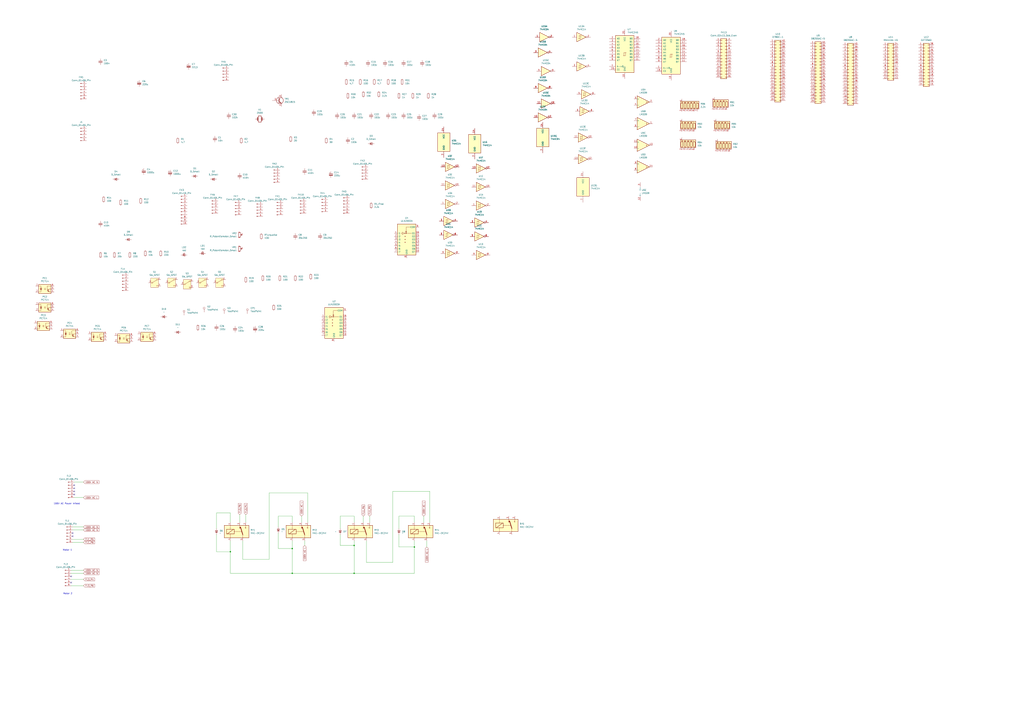
<source format=kicad_sch>
(kicad_sch
	(version 20231120)
	(generator "eeschema")
	(generator_version "8.0")
	(uuid "66cc26d7-ea0d-448d-81d6-18da17cae3ad")
	(paper "A1")
	
	(junction
		(at 240.03 471.17)
		(diameter 0)
		(color 0 0 0 0)
		(uuid "3c9259eb-cbc3-43a4-b7a4-ed840d4168c3")
	)
	(junction
		(at 340.36 449.58)
		(diameter 0)
		(color 0 0 0 0)
		(uuid "a270c2d2-7352-49b7-a3a8-ba89c693befc")
	)
	(junction
		(at 290.83 471.17)
		(diameter 0)
		(color 0 0 0 0)
		(uuid "adf26b8e-9650-4236-9bcf-88b3f0f07d29")
	)
	(junction
		(at 189.23 453.39)
		(diameter 0)
		(color 0 0 0 0)
		(uuid "b02c65a3-a56f-49c9-b3bb-c182fca739ea")
	)
	(junction
		(at 240.03 450.85)
		(diameter 0)
		(color 0 0 0 0)
		(uuid "dc16379d-9489-4ced-93b2-eab45b360d68")
	)
	(junction
		(at 290.83 448.31)
		(diameter 0)
		(color 0 0 0 0)
		(uuid "f8c95fda-d262-49c3-bdf7-41b9311827b8")
	)
	(no_connect
		(at 60.96 398.78)
		(uuid "1eeffd4a-cfea-480c-ba75-5ef1d8be5bc8")
	)
	(no_connect
		(at 58.42 478.79)
		(uuid "38f6cf9b-1c41-4f5a-ac4e-13d906cbb477")
	)
	(no_connect
		(at 60.96 406.4)
		(uuid "6af4da2c-9d10-49ff-b010-b8bd028e8855")
	)
	(no_connect
		(at 60.96 401.32)
		(uuid "731fa28f-2239-4afa-9e69-5423eb111eed")
	)
	(no_connect
		(at 60.96 403.86)
		(uuid "7ac2f2f7-9bc0-47a5-a1f9-daf5db727c6b")
	)
	(no_connect
		(at 59.69 440.69)
		(uuid "b27bfa8b-6469-458e-abe8-0b20a1e0a33f")
	)
	(no_connect
		(at 58.42 473.71)
		(uuid "b51be13b-84bb-4c85-ad12-bba7c1d1c25a")
	)
	(no_connect
		(at 59.69 438.15)
		(uuid "dc85ec30-6681-4561-bea0-b63924e19d0e")
	)
	(wire
		(pts
			(xy 290.83 448.31) (xy 279.4 448.31)
		)
		(stroke
			(width 0)
			(type default)
		)
		(uuid "05e30963-3ff9-47b3-834e-9617b6eea12a")
	)
	(wire
		(pts
			(xy 228.6 450.85) (xy 240.03 450.85)
		)
		(stroke
			(width 0)
			(type default)
		)
		(uuid "0781d760-a7be-4aab-9baf-ba2fc3a0194d")
	)
	(wire
		(pts
			(xy 303.53 424.18) (xy 303.53 429.26)
		)
		(stroke
			(width 0)
			(type default)
		)
		(uuid "0ac84dd9-c95e-458a-ba7e-1d7e56536f85")
	)
	(wire
		(pts
			(xy 189.23 421.64) (xy 189.23 429.26)
		)
		(stroke
			(width 0)
			(type default)
		)
		(uuid "0ea5a8ea-7b18-417a-96b9-c7214b98c44f")
	)
	(wire
		(pts
			(xy 177.8 434.34) (xy 177.8 421.64)
		)
		(stroke
			(width 0)
			(type default)
		)
		(uuid "124a4fc0-acba-4b50-aa9b-4fbee1b8bdc4")
	)
	(wire
		(pts
			(xy 220.98 459.74) (xy 199.39 459.74)
		)
		(stroke
			(width 0)
			(type default)
		)
		(uuid "180e6b82-5930-40af-9b0e-5c781de995ed")
	)
	(wire
		(pts
			(xy 177.8 453.39) (xy 189.23 453.39)
		)
		(stroke
			(width 0)
			(type default)
		)
		(uuid "18465c56-a1ad-4916-8c30-2bd2e0941155")
	)
	(wire
		(pts
			(xy 199.39 459.74) (xy 199.39 444.5)
		)
		(stroke
			(width 0)
			(type default)
		)
		(uuid "18d9c8a6-cc74-4567-b775-4e1978246029")
	)
	(wire
		(pts
			(xy 327.66 434.34) (xy 327.66 424.18)
		)
		(stroke
			(width 0)
			(type default)
		)
		(uuid "1c8a2992-5819-4c4d-bc5d-5873b0f8fec8")
	)
	(wire
		(pts
			(xy 247.65 424.18) (xy 247.65 429.26)
		)
		(stroke
			(width 0)
			(type default)
		)
		(uuid "245b94a0-1f34-4404-8adf-8d6fc169bb4d")
	)
	(wire
		(pts
			(xy 300.99 462.28) (xy 300.99 444.5)
		)
		(stroke
			(width 0)
			(type default)
		)
		(uuid "2b1149f8-13ab-466a-8452-72f4a2e37554")
	)
	(wire
		(pts
			(xy 58.42 476.25) (xy 68.58 476.25)
		)
		(stroke
			(width 0)
			(type default)
		)
		(uuid "30f19106-3618-4a09-82aa-fb09024b4e70")
	)
	(wire
		(pts
			(xy 228.6 424.18) (xy 240.03 424.18)
		)
		(stroke
			(width 0)
			(type default)
		)
		(uuid "31ea083a-8a88-454b-a407-e034d3157f7d")
	)
	(wire
		(pts
			(xy 279.4 434.34) (xy 279.4 424.18)
		)
		(stroke
			(width 0)
			(type default)
		)
		(uuid "352b8653-2611-41a8-9752-3f2215ea5903")
	)
	(wire
		(pts
			(xy 189.23 471.17) (xy 189.23 453.39)
		)
		(stroke
			(width 0)
			(type default)
		)
		(uuid "38260eed-03d1-4f72-aa99-12a59c9b7513")
	)
	(wire
		(pts
			(xy 60.96 396.24) (xy 68.58 396.24)
		)
		(stroke
			(width 0)
			(type default)
		)
		(uuid "4098dbf7-381b-465d-91c4-844b20bf971f")
	)
	(wire
		(pts
			(xy 290.83 444.5) (xy 290.83 448.31)
		)
		(stroke
			(width 0)
			(type default)
		)
		(uuid "51255e78-9af3-4eb9-89a7-f03e79b706e7")
	)
	(wire
		(pts
			(xy 290.83 471.17) (xy 240.03 471.17)
		)
		(stroke
			(width 0)
			(type default)
		)
		(uuid "530670f0-0cbe-482f-8e16-ee14b406d9db")
	)
	(wire
		(pts
			(xy 347.98 424.18) (xy 347.98 429.26)
		)
		(stroke
			(width 0)
			(type default)
		)
		(uuid "556411d2-6029-4d6c-9001-f12aac8719d9")
	)
	(wire
		(pts
			(xy 252.73 405.13) (xy 220.98 405.13)
		)
		(stroke
			(width 0)
			(type default)
		)
		(uuid "56a6b905-05da-49f2-8842-b2f852951509")
	)
	(wire
		(pts
			(xy 59.69 445.77) (xy 68.58 445.77)
		)
		(stroke
			(width 0)
			(type default)
		)
		(uuid "5d148857-46dd-4e23-800a-edb13ef3c857")
	)
	(wire
		(pts
			(xy 340.36 449.58) (xy 340.36 471.17)
		)
		(stroke
			(width 0)
			(type default)
		)
		(uuid "5f7055a2-51b5-4e86-be94-b85a43d34518")
	)
	(wire
		(pts
			(xy 279.4 424.18) (xy 290.83 424.18)
		)
		(stroke
			(width 0)
			(type default)
		)
		(uuid "62bf1741-3c11-4483-9c13-e7941791c370")
	)
	(wire
		(pts
			(xy 353.06 403.86) (xy 322.58 403.86)
		)
		(stroke
			(width 0)
			(type default)
		)
		(uuid "64497edb-8d0c-4f20-8e85-db6b7270a0d8")
	)
	(wire
		(pts
			(xy 240.03 471.17) (xy 189.23 471.17)
		)
		(stroke
			(width 0)
			(type default)
		)
		(uuid "6afdac34-3c9d-4a94-908b-8d4b3b4745d3")
	)
	(wire
		(pts
			(xy 353.06 429.26) (xy 353.06 403.86)
		)
		(stroke
			(width 0)
			(type default)
		)
		(uuid "6d8ada2e-87f8-478a-b70a-98cf051d5542")
	)
	(wire
		(pts
			(xy 60.96 408.94) (xy 68.58 408.94)
		)
		(stroke
			(width 0)
			(type default)
		)
		(uuid "6f1149bc-8737-4307-835e-8b2e39a23135")
	)
	(wire
		(pts
			(xy 340.36 424.18) (xy 340.36 429.26)
		)
		(stroke
			(width 0)
			(type default)
		)
		(uuid "718bc773-b866-4e93-b1a0-1de90842705a")
	)
	(wire
		(pts
			(xy 58.42 471.17) (xy 68.58 471.17)
		)
		(stroke
			(width 0)
			(type default)
		)
		(uuid "742b6672-6883-4e3c-befe-556d782b9be1")
	)
	(wire
		(pts
			(xy 327.66 449.58) (xy 340.36 449.58)
		)
		(stroke
			(width 0)
			(type default)
		)
		(uuid "83dcc077-31fd-4ac4-84eb-f2e35622f285")
	)
	(wire
		(pts
			(xy 177.8 421.64) (xy 189.23 421.64)
		)
		(stroke
			(width 0)
			(type default)
		)
		(uuid "91ba220f-bbb1-408e-b134-ee8b93ed4b4c")
	)
	(wire
		(pts
			(xy 350.52 444.5) (xy 350.52 449.58)
		)
		(stroke
			(width 0)
			(type default)
		)
		(uuid "92ca70fc-6d8a-40fd-b89d-aac22587ce2f")
	)
	(wire
		(pts
			(xy 250.19 444.5) (xy 250.19 448.31)
		)
		(stroke
			(width 0)
			(type default)
		)
		(uuid "948540e9-bced-485b-a129-34963b999c53")
	)
	(wire
		(pts
			(xy 240.03 450.85) (xy 240.03 444.5)
		)
		(stroke
			(width 0)
			(type default)
		)
		(uuid "96555e9a-1051-4eb7-9dc2-8255bb569074")
	)
	(wire
		(pts
			(xy 290.83 471.17) (xy 340.36 471.17)
		)
		(stroke
			(width 0)
			(type default)
		)
		(uuid "982c6ba6-cd25-4476-9eb2-6ef4e3b4cc3c")
	)
	(wire
		(pts
			(xy 298.45 424.18) (xy 298.45 429.26)
		)
		(stroke
			(width 0)
			(type default)
		)
		(uuid "a524fe67-de97-4f71-91ac-81793ddec746")
	)
	(wire
		(pts
			(xy 240.03 424.18) (xy 240.03 429.26)
		)
		(stroke
			(width 0)
			(type default)
		)
		(uuid "b8930062-dfb5-4cb9-9675-4986a08eddd9")
	)
	(wire
		(pts
			(xy 58.42 481.33) (xy 68.58 481.33)
		)
		(stroke
			(width 0)
			(type default)
		)
		(uuid "bd66d2d7-ee4f-45d5-8a67-2e2ed0535736")
	)
	(wire
		(pts
			(xy 189.23 444.5) (xy 189.23 453.39)
		)
		(stroke
			(width 0)
			(type default)
		)
		(uuid "be662239-ef66-47e8-b197-e9794ba10e52")
	)
	(wire
		(pts
			(xy 196.85 422.91) (xy 196.85 429.26)
		)
		(stroke
			(width 0)
			(type default)
		)
		(uuid "bea064ef-e2cf-4839-9d8a-c8d0cca41e06")
	)
	(wire
		(pts
			(xy 290.83 424.18) (xy 290.83 429.26)
		)
		(stroke
			(width 0)
			(type default)
		)
		(uuid "c1d9e162-471c-4e25-8311-11dc508a8ae1")
	)
	(wire
		(pts
			(xy 59.69 443.23) (xy 68.58 443.23)
		)
		(stroke
			(width 0)
			(type default)
		)
		(uuid "cbe2a352-5cb3-419d-948f-6bb7b48c9d1b")
	)
	(wire
		(pts
			(xy 322.58 403.86) (xy 322.58 462.28)
		)
		(stroke
			(width 0)
			(type default)
		)
		(uuid "ccfc95d9-5f55-4d42-94be-3deb410a4bdc")
	)
	(wire
		(pts
			(xy 327.66 439.42) (xy 327.66 449.58)
		)
		(stroke
			(width 0)
			(type default)
		)
		(uuid "d2a38ebd-3d20-418f-9d37-55b8f1905f1c")
	)
	(wire
		(pts
			(xy 322.58 462.28) (xy 300.99 462.28)
		)
		(stroke
			(width 0)
			(type default)
		)
		(uuid "d4834052-f690-4b18-86be-596b0e809b39")
	)
	(wire
		(pts
			(xy 290.83 471.17) (xy 290.83 448.31)
		)
		(stroke
			(width 0)
			(type default)
		)
		(uuid "d5a3c448-754f-4258-9c34-8261b19ffca8")
	)
	(wire
		(pts
			(xy 59.69 435.61) (xy 68.58 435.61)
		)
		(stroke
			(width 0)
			(type default)
		)
		(uuid "d88425ba-65e5-4bc6-b1d9-b2c25cde3afc")
	)
	(wire
		(pts
			(xy 220.98 405.13) (xy 220.98 459.74)
		)
		(stroke
			(width 0)
			(type default)
		)
		(uuid "d98129bd-ead8-48b2-8970-53a194f11f16")
	)
	(wire
		(pts
			(xy 252.73 429.26) (xy 252.73 405.13)
		)
		(stroke
			(width 0)
			(type default)
		)
		(uuid "ddef7b00-c2c2-4ad5-9b07-5f58bf8161f2")
	)
	(wire
		(pts
			(xy 177.8 439.42) (xy 177.8 453.39)
		)
		(stroke
			(width 0)
			(type default)
		)
		(uuid "def3051e-0f9a-4399-b117-9db38510cb71")
	)
	(wire
		(pts
			(xy 201.93 422.91) (xy 201.93 429.26)
		)
		(stroke
			(width 0)
			(type default)
		)
		(uuid "dfae5e5d-f355-4a99-b8d3-93173a482697")
	)
	(wire
		(pts
			(xy 340.36 449.58) (xy 340.36 444.5)
		)
		(stroke
			(width 0)
			(type default)
		)
		(uuid "e04b8323-4422-4adc-99af-20ebc28eb2f9")
	)
	(wire
		(pts
			(xy 228.6 438.15) (xy 228.6 450.85)
		)
		(stroke
			(width 0)
			(type default)
		)
		(uuid "e3cfbb35-6aeb-4314-a8ca-3dd58cb9a0b5")
	)
	(wire
		(pts
			(xy 58.42 468.63) (xy 68.58 468.63)
		)
		(stroke
			(width 0)
			(type default)
		)
		(uuid "e52be92a-9d82-4f63-989a-af487955df30")
	)
	(wire
		(pts
			(xy 228.6 433.07) (xy 228.6 424.18)
		)
		(stroke
			(width 0)
			(type default)
		)
		(uuid "ef3bd370-02c2-4f75-8e8b-e7711eaa4c22")
	)
	(wire
		(pts
			(xy 240.03 471.17) (xy 240.03 450.85)
		)
		(stroke
			(width 0)
			(type default)
		)
		(uuid "f4e443f7-cb3b-46cc-85b3-0a0e2bbe94d2")
	)
	(wire
		(pts
			(xy 59.69 433.07) (xy 68.58 433.07)
		)
		(stroke
			(width 0)
			(type default)
		)
		(uuid "f777dd6e-adc0-453c-a7f1-e3816a446672")
	)
	(wire
		(pts
			(xy 327.66 424.18) (xy 340.36 424.18)
		)
		(stroke
			(width 0)
			(type default)
		)
		(uuid "f914c43f-5a96-43c4-9c71-de42757f1ee7")
	)
	(wire
		(pts
			(xy 279.4 439.42) (xy 279.4 448.31)
		)
		(stroke
			(width 0)
			(type default)
		)
		(uuid "ff322d03-8ab9-4169-9acc-41500c45db43")
	)
	(text "100V AC Power Infeed"
		(exclude_from_sim no)
		(at 54.864 414.02 0)
		(effects
			(font
				(size 1.27 1.27)
			)
		)
		(uuid "19e84d9b-2d45-42c7-84bd-d16bb4b98351")
	)
	(text "Motor 1"
		(exclude_from_sim no)
		(at 55.372 452.12 0)
		(effects
			(font
				(size 1.27 1.27)
			)
		)
		(uuid "24eb36b6-7bf9-4c26-a341-9008532af6df")
	)
	(text "Motor 2"
		(exclude_from_sim no)
		(at 55.626 487.934 0)
		(effects
			(font
				(size 1.27 1.27)
			)
		)
		(uuid "9ebf2a4c-9cba-45fe-844d-2ed2ee9f485e")
	)
	(global_label "FL1_P5"
		(shape input)
		(at 68.58 443.23 0)
		(fields_autoplaced yes)
		(effects
			(font
				(size 1.27 1.27)
			)
			(justify left)
		)
		(uuid "0294dace-2f13-43e5-af53-f2cc39e34d4e")
		(property "Intersheetrefs" "${INTERSHEET_REFS}"
			(at 78.3385 443.23 0)
			(effects
				(font
					(size 1.27 1.27)
				)
				(justify left)
				(hide yes)
			)
		)
	)
	(global_label "FL1_P5"
		(shape input)
		(at 303.53 424.18 90)
		(fields_autoplaced yes)
		(effects
			(font
				(size 1.27 1.27)
			)
			(justify left)
		)
		(uuid "02f5d5ea-b22e-4e93-8c57-2a02ee8faa32")
		(property "Intersheetrefs" "${INTERSHEET_REFS}"
			(at 303.53 414.4215 90)
			(effects
				(font
					(size 1.27 1.27)
				)
				(justify left)
				(hide yes)
			)
		)
	)
	(global_label "100V AC L"
		(shape input)
		(at 347.98 424.18 90)
		(fields_autoplaced yes)
		(effects
			(font
				(size 1.27 1.27)
			)
			(justify left)
		)
		(uuid "2105bb5d-25de-4105-8c37-10d6ba02d0c5")
		(property "Intersheetrefs" "${INTERSHEET_REFS}"
			(at 347.98 411.1558 90)
			(effects
				(font
					(size 1.27 1.27)
				)
				(justify left)
				(hide yes)
			)
		)
	)
	(global_label "FL3_P4"
		(shape input)
		(at 201.93 422.91 90)
		(fields_autoplaced yes)
		(effects
			(font
				(size 1.27 1.27)
			)
			(justify left)
		)
		(uuid "35ef50e3-763a-4f7b-b1fe-19dc081f5096")
		(property "Intersheetrefs" "${INTERSHEET_REFS}"
			(at 201.93 413.1515 90)
			(effects
				(font
					(size 1.27 1.27)
				)
				(justify left)
				(hide yes)
			)
		)
	)
	(global_label "100V AC L"
		(shape input)
		(at 250.19 448.31 270)
		(fields_autoplaced yes)
		(effects
			(font
				(size 1.27 1.27)
			)
			(justify right)
		)
		(uuid "3af00e93-de79-47c9-8690-fa530d0e9d81")
		(property "Intersheetrefs" "${INTERSHEET_REFS}"
			(at 250.19 461.3342 90)
			(effects
				(font
					(size 1.27 1.27)
				)
				(justify right)
				(hide yes)
			)
		)
	)
	(global_label "100V AC L"
		(shape input)
		(at 247.65 424.18 90)
		(fields_autoplaced yes)
		(effects
			(font
				(size 1.27 1.27)
			)
			(justify left)
		)
		(uuid "4fe527f6-1a85-4195-b86d-b64082c5d02a")
		(property "Intersheetrefs" "${INTERSHEET_REFS}"
			(at 247.65 411.1558 90)
			(effects
				(font
					(size 1.27 1.27)
				)
				(justify left)
				(hide yes)
			)
		)
	)
	(global_label "100V AC L"
		(shape input)
		(at 68.58 408.94 0)
		(fields_autoplaced yes)
		(effects
			(font
				(size 1.27 1.27)
			)
			(justify left)
		)
		(uuid "6e07f010-ce3e-4ef3-8c5b-d44fd836e31c")
		(property "Intersheetrefs" "${INTERSHEET_REFS}"
			(at 81.6042 408.94 0)
			(effects
				(font
					(size 1.27 1.27)
				)
				(justify left)
				(hide yes)
			)
		)
	)
	(global_label "100V AC N"
		(shape input)
		(at 68.58 468.63 0)
		(fields_autoplaced yes)
		(effects
			(font
				(size 1.27 1.27)
			)
			(justify left)
		)
		(uuid "9bb4d8ad-30d7-4470-acd3-6e7cdb6e78a2")
		(property "Intersheetrefs" "${INTERSHEET_REFS}"
			(at 81.9066 468.63 0)
			(effects
				(font
					(size 1.27 1.27)
				)
				(justify left)
				(hide yes)
			)
		)
	)
	(global_label "FL1_P6"
		(shape input)
		(at 298.45 424.18 90)
		(fields_autoplaced yes)
		(effects
			(font
				(size 1.27 1.27)
			)
			(justify left)
		)
		(uuid "a171a411-dc4f-40be-bba3-5bd3ff4a6f9e")
		(property "Intersheetrefs" "${INTERSHEET_REFS}"
			(at 298.45 414.4215 90)
			(effects
				(font
					(size 1.27 1.27)
				)
				(justify left)
				(hide yes)
			)
		)
	)
	(global_label "100V AC N"
		(shape input)
		(at 68.58 433.07 0)
		(fields_autoplaced yes)
		(effects
			(font
				(size 1.27 1.27)
			)
			(justify left)
		)
		(uuid "c8022b20-1f37-4d05-8aa1-85eac8974248")
		(property "Intersheetrefs" "${INTERSHEET_REFS}"
			(at 81.9066 433.07 0)
			(effects
				(font
					(size 1.27 1.27)
				)
				(justify left)
				(hide yes)
			)
		)
	)
	(global_label "FL3_P6"
		(shape input)
		(at 68.58 481.33 0)
		(fields_autoplaced yes)
		(effects
			(font
				(size 1.27 1.27)
			)
			(justify left)
		)
		(uuid "ce776dea-e112-4336-8ff3-e35c0e31c0ff")
		(property "Intersheetrefs" "${INTERSHEET_REFS}"
			(at 78.3385 481.33 0)
			(effects
				(font
					(size 1.27 1.27)
				)
				(justify left)
				(hide yes)
			)
		)
	)
	(global_label "FL3_P6"
		(shape input)
		(at 196.85 422.91 90)
		(fields_autoplaced yes)
		(effects
			(font
				(size 1.27 1.27)
			)
			(justify left)
		)
		(uuid "d08728ee-8d7c-4f84-b9f1-5fdcdad349cf")
		(property "Intersheetrefs" "${INTERSHEET_REFS}"
			(at 196.85 413.1515 90)
			(effects
				(font
					(size 1.27 1.27)
				)
				(justify left)
				(hide yes)
			)
		)
	)
	(global_label "100V AC N"
		(shape input)
		(at 68.58 435.61 0)
		(fields_autoplaced yes)
		(effects
			(font
				(size 1.27 1.27)
			)
			(justify left)
		)
		(uuid "d321ddcf-b687-4c4d-a99c-1b9558118553")
		(property "Intersheetrefs" "${INTERSHEET_REFS}"
			(at 81.9066 435.61 0)
			(effects
				(font
					(size 1.27 1.27)
				)
				(justify left)
				(hide yes)
			)
		)
	)
	(global_label "100V AC N"
		(shape input)
		(at 68.58 471.17 0)
		(fields_autoplaced yes)
		(effects
			(font
				(size 1.27 1.27)
			)
			(justify left)
		)
		(uuid "dba624f5-2557-4ada-8ccf-1de8be34c1c9")
		(property "Intersheetrefs" "${INTERSHEET_REFS}"
			(at 81.9066 471.17 0)
			(effects
				(font
					(size 1.27 1.27)
				)
				(justify left)
				(hide yes)
			)
		)
	)
	(global_label "100V AC N"
		(shape input)
		(at 68.58 396.24 0)
		(fields_autoplaced yes)
		(effects
			(font
				(size 1.27 1.27)
			)
			(justify left)
		)
		(uuid "e2fcab5f-06ea-4bba-9215-bc6bc144c733")
		(property "Intersheetrefs" "${INTERSHEET_REFS}"
			(at 81.9066 396.24 0)
			(effects
				(font
					(size 1.27 1.27)
				)
				(justify left)
				(hide yes)
			)
		)
	)
	(global_label "FL1_P6"
		(shape input)
		(at 68.58 445.77 0)
		(fields_autoplaced yes)
		(effects
			(font
				(size 1.27 1.27)
			)
			(justify left)
		)
		(uuid "e8da0a9c-22ca-462c-bd03-29447ef2a85b")
		(property "Intersheetrefs" "${INTERSHEET_REFS}"
			(at 78.3385 445.77 0)
			(effects
				(font
					(size 1.27 1.27)
				)
				(justify left)
				(hide yes)
			)
		)
	)
	(global_label "FL3_P4"
		(shape input)
		(at 68.58 476.25 0)
		(fields_autoplaced yes)
		(effects
			(font
				(size 1.27 1.27)
			)
			(justify left)
		)
		(uuid "f1223ee4-15fe-4fee-a919-d38821d1a5da")
		(property "Intersheetrefs" "${INTERSHEET_REFS}"
			(at 78.3385 476.25 0)
			(effects
				(font
					(size 1.27 1.27)
				)
				(justify left)
				(hide yes)
			)
		)
	)
	(global_label "100V AC L"
		(shape input)
		(at 350.52 449.58 270)
		(fields_autoplaced yes)
		(effects
			(font
				(size 1.27 1.27)
			)
			(justify right)
		)
		(uuid "f6fb99cf-6cab-491c-a9bc-6bb627057f52")
		(property "Intersheetrefs" "${INTERSHEET_REFS}"
			(at 350.52 462.6042 90)
			(effects
				(font
					(size 1.27 1.27)
				)
				(justify right)
				(hide yes)
			)
		)
	)
	(symbol
		(lib_id "Device:R_Small")
		(at 255.27 227.33 0)
		(unit 1)
		(exclude_from_sim no)
		(in_bom yes)
		(on_board yes)
		(dnp no)
		(fields_autoplaced yes)
		(uuid "009df387-6411-4120-aa50-f970eedc94ac")
		(property "Reference" "R23"
			(at 257.81 226.0599 0)
			(effects
				(font
					(size 1.27 1.27)
				)
				(justify left)
			)
		)
		(property "Value" "100"
			(at 257.81 228.5999 0)
			(effects
				(font
					(size 1.27 1.27)
				)
				(justify left)
			)
		)
		(property "Footprint" ""
			(at 255.27 227.33 0)
			(effects
				(font
					(size 1.27 1.27)
				)
				(hide yes)
			)
		)
		(property "Datasheet" "~"
			(at 255.27 227.33 0)
			(effects
				(font
					(size 1.27 1.27)
				)
				(hide yes)
			)
		)
		(property "Description" "Resistor, small symbol"
			(at 255.27 227.33 0)
			(effects
				(font
					(size 1.27 1.27)
				)
				(hide yes)
			)
		)
		(pin "1"
			(uuid "4181c92a-d4ec-4d92-9cdd-93232b0dfe7a")
		)
		(pin "2"
			(uuid "fabba577-d891-4ade-96a2-4e51ab511ef5")
		)
		(instances
			(project "ph00524"
				(path "/66cc26d7-ea0d-448d-81d6-18da17cae3ad"
					(reference "R23")
					(unit 1)
				)
			)
		)
	)
	(symbol
		(lib_id "Device:R_Small")
		(at 330.2 67.31 0)
		(unit 1)
		(exclude_from_sim no)
		(in_bom yes)
		(on_board yes)
		(dnp no)
		(fields_autoplaced yes)
		(uuid "0204f7ec-59d3-4881-a5b7-6df85f9017de")
		(property "Reference" "R31"
			(at 332.74 66.0399 0)
			(effects
				(font
					(size 1.27 1.27)
				)
				(justify left)
			)
		)
		(property "Value" "10k"
			(at 332.74 68.5799 0)
			(effects
				(font
					(size 1.27 1.27)
				)
				(justify left)
			)
		)
		(property "Footprint" ""
			(at 330.2 67.31 0)
			(effects
				(font
					(size 1.27 1.27)
				)
				(hide yes)
			)
		)
		(property "Datasheet" "~"
			(at 330.2 67.31 0)
			(effects
				(font
					(size 1.27 1.27)
				)
				(hide yes)
			)
		)
		(property "Description" "Resistor, small symbol"
			(at 330.2 67.31 0)
			(effects
				(font
					(size 1.27 1.27)
				)
				(hide yes)
			)
		)
		(pin "1"
			(uuid "3b0afd4c-f169-4d4d-8a52-0c5ba1ed1c94")
		)
		(pin "2"
			(uuid "ea2108f9-e38a-4b9e-ab42-12f9afe2a86e")
		)
		(instances
			(project ""
				(path "/66cc26d7-ea0d-448d-81d6-18da17cae3ad"
					(reference "R31")
					(unit 1)
				)
			)
		)
	)
	(symbol
		(lib_id "74xx:74HC04")
		(at 447.04 30.48 0)
		(unit 1)
		(exclude_from_sim no)
		(in_bom yes)
		(on_board yes)
		(dnp no)
		(fields_autoplaced yes)
		(uuid "02a8c5be-8e23-4c76-abda-bb83de613a27")
		(property "Reference" "U15"
			(at 447.04 21.59 0)
			(effects
				(font
					(size 1.27 1.27)
				)
			)
		)
		(property "Value" "74HC04"
			(at 447.04 24.13 0)
			(effects
				(font
					(size 1.27 1.27)
				)
			)
		)
		(property "Footprint" ""
			(at 447.04 30.48 0)
			(effects
				(font
					(size 1.27 1.27)
				)
				(hide yes)
			)
		)
		(property "Datasheet" "https://assets.nexperia.com/documents/data-sheet/74HC_HCT04.pdf"
			(at 447.04 30.48 0)
			(effects
				(font
					(size 1.27 1.27)
				)
				(hide yes)
			)
		)
		(property "Description" "Hex Inverter"
			(at 447.04 30.48 0)
			(effects
				(font
					(size 1.27 1.27)
				)
				(hide yes)
			)
		)
		(pin "1"
			(uuid "b2ccb412-fda4-4b9a-b929-3e5147f3ceb2")
		)
		(pin "9"
			(uuid "ca75cb42-88ad-478b-a382-969093522ccd")
		)
		(pin "12"
			(uuid "673d05ea-538e-4169-98f5-95798752a161")
		)
		(pin "10"
			(uuid "c18888df-ab24-4532-9c1d-faf5fc4b6699")
		)
		(pin "4"
			(uuid "a403347e-4b5a-4dc9-a6a1-1ad34749519d")
		)
		(pin "2"
			(uuid "c6c5183d-0a4d-48f6-aced-b556937d892d")
		)
		(pin "8"
			(uuid "7e4ee081-86e0-4b7d-ab37-d87c5ceb9a8a")
		)
		(pin "5"
			(uuid "4519ea87-8528-4892-9758-a454e46f853e")
		)
		(pin "7"
			(uuid "04e88883-3a7e-4ece-9c39-3ade7d26dd2a")
		)
		(pin "11"
			(uuid "a50f9f9a-2e94-4723-bba2-b51296ba424f")
		)
		(pin "13"
			(uuid "f2528ea2-5d7f-4b34-8d49-bf748ab4e403")
		)
		(pin "3"
			(uuid "755e3d04-11b3-4e0c-8fbe-0b40b05f2cc8")
		)
		(pin "6"
			(uuid "56d9d685-0552-49f9-bd0d-e774c51135f4")
		)
		(pin "14"
			(uuid "5d3bcaa7-46af-48d1-973d-08950f6e7442")
		)
		(instances
			(project ""
				(path "/66cc26d7-ea0d-448d-81d6-18da17cae3ad"
					(reference "U15")
					(unit 1)
				)
			)
		)
	)
	(symbol
		(lib_id "Comparator:LM339")
		(at 528.32 101.6 0)
		(unit 2)
		(exclude_from_sim no)
		(in_bom yes)
		(on_board yes)
		(dnp no)
		(fields_autoplaced yes)
		(uuid "03f5a635-8060-452e-8f84-1617b9d4eb87")
		(property "Reference" "U5"
			(at 528.32 91.44 0)
			(effects
				(font
					(size 1.27 1.27)
				)
			)
		)
		(property "Value" "LM339"
			(at 528.32 93.98 0)
			(effects
				(font
					(size 1.27 1.27)
				)
			)
		)
		(property "Footprint" ""
			(at 527.05 99.06 0)
			(effects
				(font
					(size 1.27 1.27)
				)
				(hide yes)
			)
		)
		(property "Datasheet" "https://www.st.com/resource/en/datasheet/lm139.pdf"
			(at 529.59 96.52 0)
			(effects
				(font
					(size 1.27 1.27)
				)
				(hide yes)
			)
		)
		(property "Description" "Quad Differential Comparators, SOIC-14/TSSOP-14"
			(at 528.32 101.6 0)
			(effects
				(font
					(size 1.27 1.27)
				)
				(hide yes)
			)
		)
		(pin "8"
			(uuid "e94cd48d-23d3-4cf2-8049-90ada11bcdeb")
		)
		(pin "7"
			(uuid "314b234f-b06e-4c89-8b20-4426019fea59")
		)
		(pin "6"
			(uuid "82f179fe-c1a0-4e9d-b8ac-a0268baab92c")
		)
		(pin "3"
			(uuid "8bd0f6d0-16e1-405b-8d8e-3206748fdbe6")
		)
		(pin "10"
			(uuid "176bc77e-2667-441e-a8d4-247482ca03ff")
		)
		(pin "9"
			(uuid "1b60f14a-1ec9-4246-bae2-83c6c3a58a30")
		)
		(pin "14"
			(uuid "9b06f94d-71cf-48d6-be23-03b87bcccc19")
		)
		(pin "11"
			(uuid "b16782c8-cff8-408e-8ff4-b1335e75f9b5")
		)
		(pin "2"
			(uuid "152d9844-f3f9-4219-ac5d-96310aac9b93")
		)
		(pin "5"
			(uuid "3efe8368-04e4-4972-85a2-e4a848a4d6ff")
		)
		(pin "4"
			(uuid "afe83fb3-75e9-4924-a7af-bc21a6b69fae")
		)
		(pin "12"
			(uuid "65e0f4d1-50d6-4ff3-8d89-0a042ec626af")
		)
		(pin "1"
			(uuid "88695db0-bacd-439e-a63f-0d33671900ac")
		)
		(pin "13"
			(uuid "67263cc2-65cc-4466-b00e-831ce328190b")
		)
		(instances
			(project ""
				(path "/66cc26d7-ea0d-448d-81d6-18da17cae3ad"
					(reference "U5")
					(unit 2)
				)
			)
		)
	)
	(symbol
		(lib_id "Comparator:LM339")
		(at 528.32 83.82 0)
		(unit 1)
		(exclude_from_sim no)
		(in_bom yes)
		(on_board yes)
		(dnp no)
		(fields_autoplaced yes)
		(uuid "058cdc85-317c-43e1-8b64-9311ac176a2c")
		(property "Reference" "U5"
			(at 528.32 73.66 0)
			(effects
				(font
					(size 1.27 1.27)
				)
			)
		)
		(property "Value" "LM339"
			(at 528.32 76.2 0)
			(effects
				(font
					(size 1.27 1.27)
				)
			)
		)
		(property "Footprint" ""
			(at 527.05 81.28 0)
			(effects
				(font
					(size 1.27 1.27)
				)
				(hide yes)
			)
		)
		(property "Datasheet" "https://www.st.com/resource/en/datasheet/lm139.pdf"
			(at 529.59 78.74 0)
			(effects
				(font
					(size 1.27 1.27)
				)
				(hide yes)
			)
		)
		(property "Description" "Quad Differential Comparators, SOIC-14/TSSOP-14"
			(at 528.32 83.82 0)
			(effects
				(font
					(size 1.27 1.27)
				)
				(hide yes)
			)
		)
		(pin "8"
			(uuid "e94cd48d-23d3-4cf2-8049-90ada11bcdec")
		)
		(pin "7"
			(uuid "314b234f-b06e-4c89-8b20-4426019fea5a")
		)
		(pin "6"
			(uuid "82f179fe-c1a0-4e9d-b8ac-a0268baab92d")
		)
		(pin "3"
			(uuid "8bd0f6d0-16e1-405b-8d8e-3206748fdbe7")
		)
		(pin "10"
			(uuid "176bc77e-2667-441e-a8d4-247482ca0400")
		)
		(pin "9"
			(uuid "1b60f14a-1ec9-4246-bae2-83c6c3a58a31")
		)
		(pin "14"
			(uuid "9b06f94d-71cf-48d6-be23-03b87bcccc1a")
		)
		(pin "11"
			(uuid "b16782c8-cff8-408e-8ff4-b1335e75f9b6")
		)
		(pin "2"
			(uuid "152d9844-f3f9-4219-ac5d-96310aac9b94")
		)
		(pin "5"
			(uuid "3efe8368-04e4-4972-85a2-e4a848a4d700")
		)
		(pin "4"
			(uuid "afe83fb3-75e9-4924-a7af-bc21a6b69faf")
		)
		(pin "12"
			(uuid "65e0f4d1-50d6-4ff3-8d89-0a042ec626b0")
		)
		(pin "1"
			(uuid "88695db0-bacd-439e-a63f-0d33671900ad")
		)
		(pin "13"
			(uuid "67263cc2-65cc-4466-b00e-831ce328190c")
		)
		(instances
			(project ""
				(path "/66cc26d7-ea0d-448d-81d6-18da17cae3ad"
					(reference "U5")
					(unit 1)
				)
			)
		)
	)
	(symbol
		(lib_id "Connector:TestPoint")
		(at 167.64 256.54 0)
		(unit 1)
		(exclude_from_sim no)
		(in_bom yes)
		(on_board yes)
		(dnp no)
		(fields_autoplaced yes)
		(uuid "06d41393-6ba6-4dbb-8c3d-f8019b5dd698")
		(property "Reference" "G2"
			(at 170.18 251.9679 0)
			(effects
				(font
					(size 1.27 1.27)
				)
				(justify left)
			)
		)
		(property "Value" "TestPoint"
			(at 170.18 254.5079 0)
			(effects
				(font
					(size 1.27 1.27)
				)
				(justify left)
			)
		)
		(property "Footprint" ""
			(at 172.72 256.54 0)
			(effects
				(font
					(size 1.27 1.27)
				)
				(hide yes)
			)
		)
		(property "Datasheet" "~"
			(at 172.72 256.54 0)
			(effects
				(font
					(size 1.27 1.27)
				)
				(hide yes)
			)
		)
		(property "Description" "test point"
			(at 167.64 256.54 0)
			(effects
				(font
					(size 1.27 1.27)
				)
				(hide yes)
			)
		)
		(pin "1"
			(uuid "c22b2647-03e5-4b05-90af-3d3867b7a458")
		)
		(instances
			(project "ph00524"
				(path "/66cc26d7-ea0d-448d-81d6-18da17cae3ad"
					(reference "G2")
					(unit 1)
				)
			)
		)
	)
	(symbol
		(lib_id "Device:R_Network05")
		(at 591.82 85.09 0)
		(unit 1)
		(exclude_from_sim no)
		(in_bom yes)
		(on_board yes)
		(dnp no)
		(fields_autoplaced yes)
		(uuid "085476ab-b62c-4f4a-aa1e-bda0288bf25e")
		(property "Reference" "RB1"
			(at 599.44 84.0739 0)
			(effects
				(font
					(size 1.27 1.27)
				)
				(justify left)
			)
		)
		(property "Value" "10k"
			(at 599.44 86.6139 0)
			(effects
				(font
					(size 1.27 1.27)
				)
				(justify left)
			)
		)
		(property "Footprint" "Resistor_THT:R_Array_SIP6"
			(at 601.345 85.09 90)
			(effects
				(font
					(size 1.27 1.27)
				)
				(hide yes)
			)
		)
		(property "Datasheet" "http://www.vishay.com/docs/31509/csc.pdf"
			(at 591.82 85.09 0)
			(effects
				(font
					(size 1.27 1.27)
				)
				(hide yes)
			)
		)
		(property "Description" "5 resistor network, star topology, bussed resistors, small symbol"
			(at 591.82 85.09 0)
			(effects
				(font
					(size 1.27 1.27)
				)
				(hide yes)
			)
		)
		(pin "3"
			(uuid "56ed04d9-01a0-4593-893a-b14492bf0a14")
		)
		(pin "2"
			(uuid "9487e495-a481-4233-81d6-4179a4ade932")
		)
		(pin "1"
			(uuid "4bbf14b9-da59-481d-ad9f-d4a58b57c514")
		)
		(pin "4"
			(uuid "9c8f2062-bb4f-4495-898e-02140812caec")
		)
		(pin "6"
			(uuid "95b1adaa-47ca-4f90-bee2-721b44d40add")
		)
		(pin "5"
			(uuid "86ddd1e0-41c6-46ec-bb22-bf85ba9e70a0")
		)
		(instances
			(project ""
				(path "/66cc26d7-ea0d-448d-81d6-18da17cae3ad"
					(reference "RB1")
					(unit 1)
				)
			)
		)
	)
	(symbol
		(lib_id "Device:C_Polarized_Small")
		(at 118.11 140.97 0)
		(unit 1)
		(exclude_from_sim no)
		(in_bom yes)
		(on_board yes)
		(dnp no)
		(fields_autoplaced yes)
		(uuid "0b0b9ea6-52da-495a-9994-c0f47571ca37")
		(property "Reference" "C4"
			(at 120.65 139.1538 0)
			(effects
				(font
					(size 1.27 1.27)
				)
				(justify left)
			)
		)
		(property "Value" "1000u"
			(at 120.65 141.6938 0)
			(effects
				(font
					(size 1.27 1.27)
				)
				(justify left)
			)
		)
		(property "Footprint" ""
			(at 118.11 140.97 0)
			(effects
				(font
					(size 1.27 1.27)
				)
				(hide yes)
			)
		)
		(property "Datasheet" "~"
			(at 118.11 140.97 0)
			(effects
				(font
					(size 1.27 1.27)
				)
				(hide yes)
			)
		)
		(property "Description" "Polarized capacitor, small symbol"
			(at 118.11 140.97 0)
			(effects
				(font
					(size 1.27 1.27)
				)
				(hide yes)
			)
		)
		(pin "2"
			(uuid "0a6452b1-bfb2-49b5-99e7-fd5c82559cfc")
		)
		(pin "1"
			(uuid "163d1a5b-cca5-47d7-afd8-38ed33faba8d")
		)
		(instances
			(project ""
				(path "/66cc26d7-ea0d-448d-81d6-18da17cae3ad"
					(reference "C4")
					(unit 1)
				)
			)
		)
	)
	(symbol
		(lib_id "74xx:74HC245")
		(at 513.08 44.45 0)
		(unit 1)
		(exclude_from_sim no)
		(in_bom yes)
		(on_board yes)
		(dnp no)
		(fields_autoplaced yes)
		(uuid "0d9f6c21-7bc9-48ce-ad4a-224d1ff61ad5")
		(property "Reference" "U7"
			(at 515.2741 24.13 0)
			(effects
				(font
					(size 1.27 1.27)
				)
				(justify left)
			)
		)
		(property "Value" "74HC245"
			(at 515.2741 26.67 0)
			(effects
				(font
					(size 1.27 1.27)
				)
				(justify left)
			)
		)
		(property "Footprint" ""
			(at 513.08 44.45 0)
			(effects
				(font
					(size 1.27 1.27)
				)
				(hide yes)
			)
		)
		(property "Datasheet" "http://www.ti.com/lit/gpn/sn74HC245"
			(at 513.08 44.45 0)
			(effects
				(font
					(size 1.27 1.27)
				)
				(hide yes)
			)
		)
		(property "Description" "Octal BUS Transceivers, 3-State outputs"
			(at 513.08 44.45 0)
			(effects
				(font
					(size 1.27 1.27)
				)
				(hide yes)
			)
		)
		(pin "4"
			(uuid "0960dc02-e018-4428-b012-5bf211531b66")
		)
		(pin "8"
			(uuid "89375bdb-0574-4efd-bf3a-d9f04d5ce090")
		)
		(pin "11"
			(uuid "ad448141-acb8-41ae-8685-6bb1034e421e")
		)
		(pin "10"
			(uuid "b445b081-5661-4023-bade-81decce25150")
		)
		(pin "15"
			(uuid "2064d68a-024a-4631-a9c5-0ba4944843b8")
		)
		(pin "17"
			(uuid "d24d3ba2-4c51-4ff7-b38f-bccca13fcf93")
		)
		(pin "7"
			(uuid "1c644729-0153-4823-a6fb-976a6a58f5fb")
		)
		(pin "2"
			(uuid "53e825ae-e700-49fc-bad6-86b4972ae02e")
		)
		(pin "3"
			(uuid "7c2f9e66-8bdd-4760-a91f-61dc3152df79")
		)
		(pin "19"
			(uuid "be879391-0e22-483b-a076-2e8b873fd100")
		)
		(pin "5"
			(uuid "a28ced49-0ab4-4274-a61b-8d8f6191fdb5")
		)
		(pin "1"
			(uuid "f7b07fc0-420e-441d-a6bd-642294a9f29a")
		)
		(pin "18"
			(uuid "7f1e71a4-77b8-423f-8372-0e495ae0e28c")
		)
		(pin "12"
			(uuid "30d9f87e-7b29-4419-844b-1c069493c8ec")
		)
		(pin "13"
			(uuid "8ceedc1e-efc0-4c3a-acf7-663f99fe6b9e")
		)
		(pin "20"
			(uuid "8c79c078-cb05-4c5d-a5b1-210d07c92346")
		)
		(pin "14"
			(uuid "01c995f3-8e6c-45ba-9ce9-303a3d60feec")
		)
		(pin "9"
			(uuid "d340f852-a43f-46d6-b954-812ba46e98e2")
		)
		(pin "16"
			(uuid "5c6a8ed7-24be-426a-bf51-f7c66d77dcd4")
		)
		(pin "6"
			(uuid "9750cf5c-53ea-4e08-aa6f-73f01a6e4f84")
		)
		(instances
			(project ""
				(path "/66cc26d7-ea0d-448d-81d6-18da17cae3ad"
					(reference "U7")
					(unit 1)
				)
			)
		)
	)
	(symbol
		(lib_id "Connector:Conn_01x06_Pin")
		(at 100.33 231.14 0)
		(unit 1)
		(exclude_from_sim no)
		(in_bom yes)
		(on_board yes)
		(dnp no)
		(fields_autoplaced yes)
		(uuid "0ebc948b-7294-45fa-86f1-8a51b287018b")
		(property "Reference" "FL4"
			(at 100.965 220.98 0)
			(effects
				(font
					(size 1.27 1.27)
				)
			)
		)
		(property "Value" "Conn_01x06_Pin"
			(at 100.965 223.52 0)
			(effects
				(font
					(size 1.27 1.27)
				)
			)
		)
		(property "Footprint" ""
			(at 100.33 231.14 0)
			(effects
				(font
					(size 1.27 1.27)
				)
				(hide yes)
			)
		)
		(property "Datasheet" "~"
			(at 100.33 231.14 0)
			(effects
				(font
					(size 1.27 1.27)
				)
				(hide yes)
			)
		)
		(property "Description" "Generic connector, single row, 01x06, script generated"
			(at 100.33 231.14 0)
			(effects
				(font
					(size 1.27 1.27)
				)
				(hide yes)
			)
		)
		(pin "3"
			(uuid "7e96fa94-e9b9-4081-9c8a-da0059b8d791")
		)
		(pin "2"
			(uuid "173a6309-fc17-4732-be9a-0ff719831a6e")
		)
		(pin "1"
			(uuid "5f8a82d8-673b-4b06-bbf8-af5eeb29353e")
		)
		(pin "6"
			(uuid "42dbacb3-9120-42de-8c54-dcfcdb57ddd2")
		)
		(pin "4"
			(uuid "36e42074-83a8-461b-be2f-28b025ece9db")
		)
		(pin "5"
			(uuid "d445e4ac-ca3a-45bf-97b8-601fd3fd9e7c")
		)
		(instances
			(project ""
				(path "/66cc26d7-ea0d-448d-81d6-18da17cae3ad"
					(reference "FL4")
					(unit 1)
				)
			)
		)
	)
	(symbol
		(lib_id "Device:R_Small")
		(at 318.77 67.31 0)
		(unit 1)
		(exclude_from_sim no)
		(in_bom yes)
		(on_board yes)
		(dnp no)
		(fields_autoplaced yes)
		(uuid "126d0f7a-07ee-4075-a741-30986cee6ecd")
		(property "Reference" "R18"
			(at 321.31 66.0399 0)
			(effects
				(font
					(size 1.27 1.27)
				)
				(justify left)
			)
		)
		(property "Value" "100"
			(at 321.31 68.5799 0)
			(effects
				(font
					(size 1.27 1.27)
				)
				(justify left)
			)
		)
		(property "Footprint" ""
			(at 318.77 67.31 0)
			(effects
				(font
					(size 1.27 1.27)
				)
				(hide yes)
			)
		)
		(property "Datasheet" "~"
			(at 318.77 67.31 0)
			(effects
				(font
					(size 1.27 1.27)
				)
				(hide yes)
			)
		)
		(property "Description" "Resistor, small symbol"
			(at 318.77 67.31 0)
			(effects
				(font
					(size 1.27 1.27)
				)
				(hide yes)
			)
		)
		(pin "2"
			(uuid "5744ae48-a279-42cf-bf43-15342abcb691")
		)
		(pin "1"
			(uuid "fc2fceb0-eb3c-479b-8d54-7e9e8bed448d")
		)
		(instances
			(project ""
				(path "/66cc26d7-ea0d-448d-81d6-18da17cae3ad"
					(reference "R18")
					(unit 1)
				)
			)
		)
	)
	(symbol
		(lib_id "74xx:74HC14")
		(at 478.79 130.81 0)
		(unit 6)
		(exclude_from_sim no)
		(in_bom yes)
		(on_board yes)
		(dnp no)
		(fields_autoplaced yes)
		(uuid "133dc2c6-c0f4-4aab-89cf-300e095825e5")
		(property "Reference" "U13"
			(at 478.79 121.92 0)
			(effects
				(font
					(size 1.27 1.27)
				)
			)
		)
		(property "Value" "74HC14"
			(at 478.79 124.46 0)
			(effects
				(font
					(size 1.27 1.27)
				)
			)
		)
		(property "Footprint" ""
			(at 478.79 130.81 0)
			(effects
				(font
					(size 1.27 1.27)
				)
				(hide yes)
			)
		)
		(property "Datasheet" "http://www.ti.com/lit/gpn/sn74HC14"
			(at 478.79 130.81 0)
			(effects
				(font
					(size 1.27 1.27)
				)
				(hide yes)
			)
		)
		(property "Description" "Hex inverter schmitt trigger"
			(at 478.79 130.81 0)
			(effects
				(font
					(size 1.27 1.27)
				)
				(hide yes)
			)
		)
		(pin "11"
			(uuid "2c8efa7a-0c8c-47f4-8aa0-44982eec27a9")
		)
		(pin "13"
			(uuid "54040166-6b70-44f3-99fa-bc97bf555aad")
		)
		(pin "6"
			(uuid "5fd97dd3-9a25-4c8c-806a-81b761ae59bc")
		)
		(pin "7"
			(uuid "1cf79337-971b-4741-aa30-7b311617ca24")
		)
		(pin "9"
			(uuid "bc00fe7d-ffd2-4608-8db8-a7ee27cbe0dd")
		)
		(pin "4"
			(uuid "90e8c99c-a707-4155-8ad3-bd6fdb7eacff")
		)
		(pin "8"
			(uuid "a50c78d0-4616-41b8-bcd0-619e7e17b973")
		)
		(pin "5"
			(uuid "cb7981cc-8117-46c7-9aa2-2c139347430c")
		)
		(pin "2"
			(uuid "28e1f3ca-a0a8-40b7-a412-f985419c5fca")
		)
		(pin "3"
			(uuid "d77ad1a4-eef4-4d8b-bb95-e59b16ff5fd1")
		)
		(pin "12"
			(uuid "cb0469af-87d9-4f47-8e9d-07587d11815d")
		)
		(pin "1"
			(uuid "b6bc9575-318f-4fc9-820c-844c51bbb75a")
		)
		(pin "14"
			(uuid "3af88830-ecb1-4349-86ec-39c992c8de46")
		)
		(pin "10"
			(uuid "693e104f-976a-4bba-b09f-2a2578973a29")
		)
		(instances
			(project ""
				(path "/66cc26d7-ea0d-448d-81d6-18da17cae3ad"
					(reference "U13")
					(unit 6)
				)
			)
		)
	)
	(symbol
		(lib_id "library:HA1-DC24V")
		(at 295.91 436.88 0)
		(unit 1)
		(exclude_from_sim no)
		(in_bom yes)
		(on_board yes)
		(dnp no)
		(fields_autoplaced yes)
		(uuid "13b97764-a854-4ca8-8314-77b107323d28")
		(property "Reference" "RY3"
			(at 307.34 435.6099 0)
			(effects
				(font
					(size 1.27 1.27)
				)
				(justify left)
			)
		)
		(property "Value" "HA1-DC24V"
			(at 307.34 438.1499 0)
			(effects
				(font
					(size 1.27 1.27)
				)
				(justify left)
			)
		)
		(property "Footprint" "Relay_THT:Relay_StandexMeder_DIP_LowProfile"
			(at 307.34 438.15 0)
			(effects
				(font
					(size 1.27 1.27)
				)
				(justify left)
				(hide yes)
			)
		)
		(property "Datasheet" "https://standexelectronics.com/wp-content/uploads/datasheet_reed_relay_DIP.pdf"
			(at 295.91 436.88 0)
			(effects
				(font
					(size 1.27 1.27)
				)
				(hide yes)
			)
		)
		(property "Description" "Standex Meder DIP reed relay, SPDT"
			(at 295.91 436.88 0)
			(effects
				(font
					(size 1.27 1.27)
				)
				(hide yes)
			)
		)
		(pin "3"
			(uuid "a108c973-4a01-46fd-a85d-d5d7b4c4fe8e")
		)
		(pin "1"
			(uuid "1161f49d-e4ce-4511-88ef-aff055d0b409")
		)
		(pin "5"
			(uuid "ddb3c971-8b0a-474b-b837-9ebeda8a1bb4")
		)
		(pin "4"
			(uuid "db71d2e8-ef25-4b8c-a47f-36776fa0a430")
		)
		(pin "2"
			(uuid "2cdf35b1-daf2-43fe-959d-d3cadc160b5c")
		)
		(instances
			(project "ph00524"
				(path "/66cc26d7-ea0d-448d-81d6-18da17cae3ad"
					(reference "RY3")
					(unit 1)
				)
			)
		)
	)
	(symbol
		(lib_id "Device:R_Small")
		(at 304.8 168.91 0)
		(unit 1)
		(exclude_from_sim no)
		(in_bom yes)
		(on_board yes)
		(dnp no)
		(fields_autoplaced yes)
		(uuid "14b44517-e438-4439-a98d-5cefc25f1438")
		(property "Reference" "R1_final"
			(at 307.34 167.6399 0)
			(effects
				(font
					(size 1.27 1.27)
				)
				(justify left)
			)
		)
		(property "Value" "2.2k"
			(at 307.34 170.1799 0)
			(effects
				(font
					(size 1.27 1.27)
				)
				(justify left)
			)
		)
		(property "Footprint" ""
			(at 304.8 168.91 0)
			(effects
				(font
					(size 1.27 1.27)
				)
				(hide yes)
			)
		)
		(property "Datasheet" "~"
			(at 304.8 168.91 0)
			(effects
				(font
					(size 1.27 1.27)
				)
				(hide yes)
			)
		)
		(property "Description" "Resistor, small symbol"
			(at 304.8 168.91 0)
			(effects
				(font
					(size 1.27 1.27)
				)
				(hide yes)
			)
		)
		(pin "2"
			(uuid "4413b6d2-ecb1-45ae-9409-1015be4370cb")
		)
		(pin "1"
			(uuid "d332bdbe-cddb-4d26-ba72-4c5ecc1db966")
		)
		(instances
			(project ""
				(path "/66cc26d7-ea0d-448d-81d6-18da17cae3ad"
					(reference "R1_final")
					(unit 1)
				)
			)
		)
	)
	(symbol
		(lib_id "Device:C_Small")
		(at 187.96 95.25 0)
		(unit 1)
		(exclude_from_sim no)
		(in_bom yes)
		(on_board yes)
		(dnp no)
		(fields_autoplaced yes)
		(uuid "15426a3a-66a1-4acf-9baf-e84cc3b74434")
		(property "Reference" "C30"
			(at 190.5 93.9862 0)
			(effects
				(font
					(size 1.27 1.27)
				)
				(justify left)
			)
		)
		(property "Value" "102k"
			(at 190.5 96.5262 0)
			(effects
				(font
					(size 1.27 1.27)
				)
				(justify left)
			)
		)
		(property "Footprint" ""
			(at 187.96 95.25 0)
			(effects
				(font
					(size 1.27 1.27)
				)
				(hide yes)
			)
		)
		(property "Datasheet" "~"
			(at 187.96 95.25 0)
			(effects
				(font
					(size 1.27 1.27)
				)
				(hide yes)
			)
		)
		(property "Description" "Unpolarized capacitor, small symbol"
			(at 187.96 95.25 0)
			(effects
				(font
					(size 1.27 1.27)
				)
				(hide yes)
			)
		)
		(pin "1"
			(uuid "c70c50a9-0e71-4909-bac3-ba323585c984")
		)
		(pin "2"
			(uuid "728a73df-f452-4cce-aae2-60365ec572a6")
		)
		(instances
			(project ""
				(path "/66cc26d7-ea0d-448d-81d6-18da17cae3ad"
					(reference "C30")
					(unit 1)
				)
			)
		)
	)
	(symbol
		(lib_id "Device:D_Small")
		(at 304.8 118.11 0)
		(unit 1)
		(exclude_from_sim no)
		(in_bom yes)
		(on_board yes)
		(dnp no)
		(fields_autoplaced yes)
		(uuid "1549b687-6491-481d-a6f6-2792fe5d2c1d")
		(property "Reference" "D3"
			(at 304.8 111.76 0)
			(effects
				(font
					(size 1.27 1.27)
				)
			)
		)
		(property "Value" "D_Small"
			(at 304.8 114.3 0)
			(effects
				(font
					(size 1.27 1.27)
				)
			)
		)
		(property "Footprint" ""
			(at 304.8 118.11 90)
			(effects
				(font
					(size 1.27 1.27)
				)
				(hide yes)
			)
		)
		(property "Datasheet" "~"
			(at 304.8 118.11 90)
			(effects
				(font
					(size 1.27 1.27)
				)
				(hide yes)
			)
		)
		(property "Description" "Diode, small symbol"
			(at 304.8 118.11 0)
			(effects
				(font
					(size 1.27 1.27)
				)
				(hide yes)
			)
		)
		(property "Sim.Device" "D"
			(at 304.8 118.11 0)
			(effects
				(font
					(size 1.27 1.27)
				)
				(hide yes)
			)
		)
		(property "Sim.Pins" "1=K 2=A"
			(at 304.8 118.11 0)
			(effects
				(font
					(size 1.27 1.27)
				)
				(hide yes)
			)
		)
		(pin "1"
			(uuid "2bdfb906-37a1-4a14-acf6-8ae916622738")
		)
		(pin "2"
			(uuid "44761cc3-a33a-40ab-8d03-fc7efd61bce8")
		)
		(instances
			(project ""
				(path "/66cc26d7-ea0d-448d-81d6-18da17cae3ad"
					(reference "D3")
					(unit 1)
				)
			)
		)
	)
	(symbol
		(lib_id "Connector_Generic:Conn_02x14_Counter_Clockwise")
		(at 759.46 52.07 0)
		(unit 1)
		(exclude_from_sim no)
		(in_bom yes)
		(on_board yes)
		(dnp no)
		(fields_autoplaced yes)
		(uuid "156592c4-c9fd-4005-890e-d4549b26731a")
		(property "Reference" "U12"
			(at 760.73 30.48 0)
			(effects
				(font
					(size 1.27 1.27)
				)
			)
		)
		(property "Value" "D27256D"
			(at 760.73 33.02 0)
			(effects
				(font
					(size 1.27 1.27)
				)
			)
		)
		(property "Footprint" ""
			(at 759.46 52.07 0)
			(effects
				(font
					(size 1.27 1.27)
				)
				(hide yes)
			)
		)
		(property "Datasheet" "~"
			(at 759.46 52.07 0)
			(effects
				(font
					(size 1.27 1.27)
				)
				(hide yes)
			)
		)
		(property "Description" "Generic connector, double row, 02x14, counter clockwise pin numbering scheme (similar to DIP package numbering), script generated (kicad-library-utils/schlib/autogen/connector/)"
			(at 759.46 52.07 0)
			(effects
				(font
					(size 1.27 1.27)
				)
				(hide yes)
			)
		)
		(pin "8"
			(uuid "cb13d71b-c2c8-42f5-98ed-b3645c7c3f52")
		)
		(pin "16"
			(uuid "f496af53-b97e-4fc6-8ad9-90a3370a8e1d")
		)
		(pin "26"
			(uuid "36204e8e-1202-447c-8f31-9534841d3ad7")
		)
		(pin "11"
			(uuid "230813a1-32ee-42d9-b757-8e8f075e57c5")
		)
		(pin "13"
			(uuid "2f3b02f2-fb60-4cbb-811e-caf02ab71ce3")
		)
		(pin "10"
			(uuid "df179e8b-54c6-4714-bf2c-54b905733720")
		)
		(pin "17"
			(uuid "9025b0ee-ecd4-44f8-9689-b46de1cdf5ac")
		)
		(pin "28"
			(uuid "fc9dca5f-d9c9-47b2-a03a-b3ab9acd6f15")
		)
		(pin "21"
			(uuid "88758f5b-e096-4be6-be9a-26b8c47926bf")
		)
		(pin "12"
			(uuid "d2d728b7-0f9b-4bd0-ab23-607f54a02b70")
		)
		(pin "20"
			(uuid "c67ae1c1-f2d6-43c1-9e84-574d50cc9586")
		)
		(
... [220581 chars truncated]
</source>
